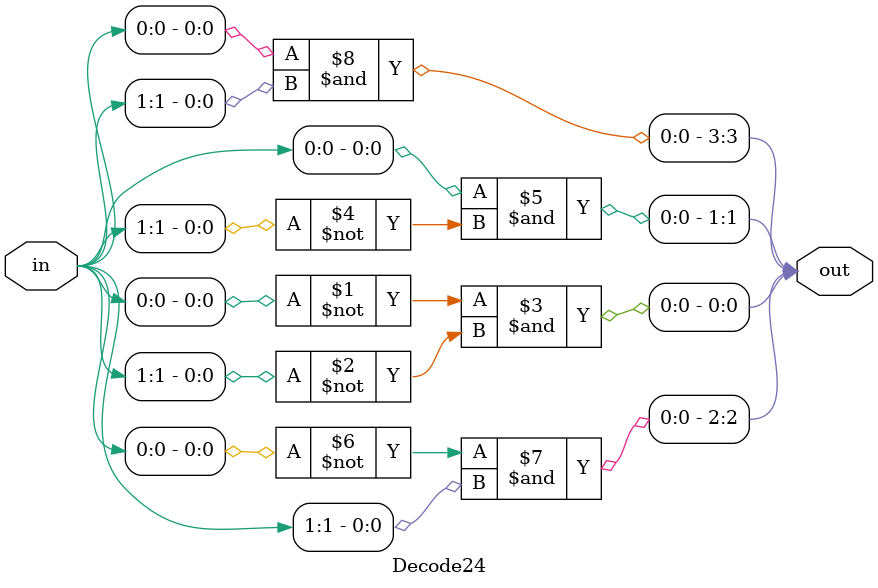
<source format=v>
`timescale 1ns / 1ps
module Decode24 ( out , in ) ;
  input [ 1 : 0 ] in ;
  output [ 3 : 0 ] out ;

  assign out[0] = ~in[0] & ~in[1];// the value of out[0] corresponds to 0 and 0
  assign out[1] = in[0] & ~in[1];// the value of out[1] corresponds to 1 and 0
  assign out[2] = ~in[0] & in[1];// the value of out[2] corresponds to 0 and 1
  assign out[3] = in[0] & in[1]; // the value of out[3] corresponds to 1 and 1

endmodule
// Behavioral programming is in parallel and makes use of the assign statement

</source>
